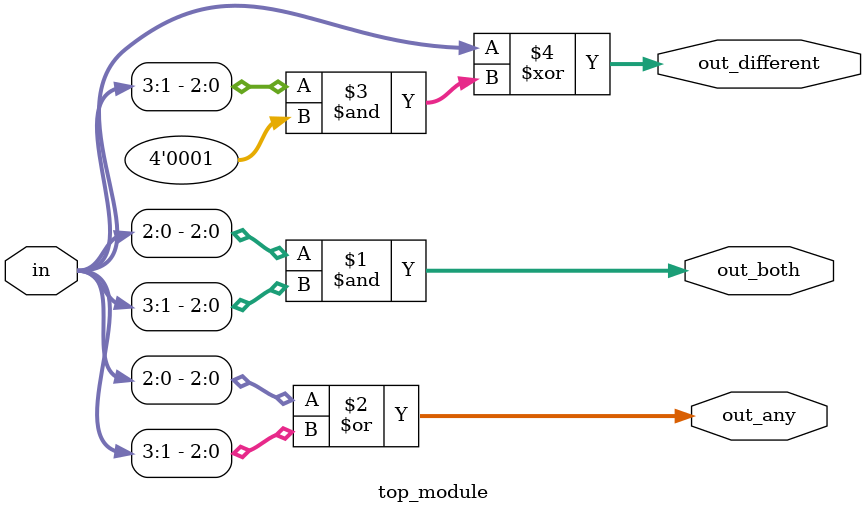
<source format=sv>
module top_module (
  input [3:0] in,
  output [2:0] out_both,
  output [3:1] out_any,
  output [3:0] out_different
);

  assign out_both = in[2:0] & in[3:1];
  assign out_any = in[2:0] | in[3:1];
  assign out_different = in ^ (in[3:1] & 4'b0001);

endmodule

</source>
